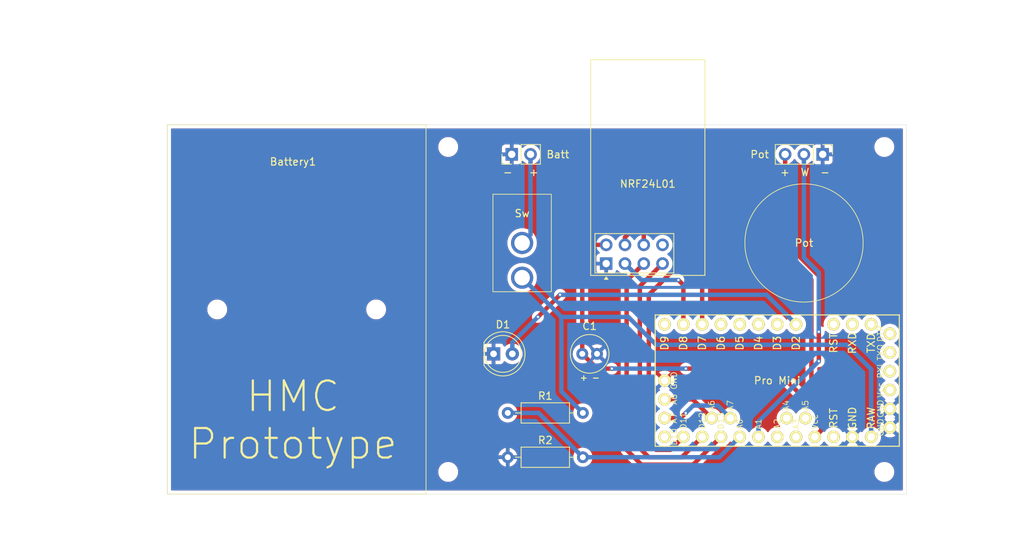
<source format=kicad_pcb>
(kicad_pcb (version 20240108) (generator "pcbnew") (generator_version "8.0")
  (layers (0 "F.Cu" signal "Front") (1 "In1.Cu" signal) (2 "In2.Cu" signal) (31 "B.Cu" signal "Back") (34 "B.Paste" user) (35 "F.Paste" user) (36 "B.SilkS" user "B.Silkscreen") (37 "F.SilkS" user "F.Silkscreen") (38 "B.Mask" user) (39 "F.Mask" user) (44 "Edge.Cuts" user))
  (net 0 "")
  (net 1 "RAW")
  (net 2 "GND")
  (net 3 "VCC")
  (net 4 "D_BATT")
  (net 5 "A_POT")
  (net 6 "unconnected-(Pro_Mini1-PA6-Pad33)")
  (net 7 "unconnected-(Pro_Mini1-PA7-Pad34)")
  (net 9 "CSN")
  (net 13 "MISO")
  (net 15 "SCK")
  (net 16 "A_BATT")
  (net 18 "MOSI")
  (net 22 "CE")
  (net 31 "SW")
  (footprint "Connector_PinHeader_2.54mm:PinHeader_1x03_P2.54mm_Vertical" (layer "F.Cu") (at 144.525 82.987289 -90)
    (property "Reference" "Pot" (at 0.012711 8.525 0) (layer "F.SilkS"))
    (property "Value" "Conn_01x03")
    (fp_line (start -1.33 6.41) (end 1.33 6.41) (stroke (width 0.12)) (layer "F.SilkS"))
    (fp_line (start -1.33 1.27) (end -1.33 6.41) (stroke (width 0.12)) (layer "F.SilkS"))
    (fp_line (start -1.33 1.27) (end 1.33 1.27) (stroke (width 0.12)) (layer "F.SilkS"))
    (fp_line (start 1.33 1.27) (end 1.33 6.41) (stroke (width 0.12)) (layer "F.SilkS"))
    (fp_line (start -1.33 0) (end -1.33 -1.33) (stroke (width 0.12)) (layer "F.SilkS"))
    (fp_line (start -1.33 -1.33) (end 0 -1.33) (stroke (width 0.12)) (layer "F.SilkS"))
    (pad "1" thru_hole rect (at 0 0 270) (size 1.7 1.7) (drill 1) (layers "*.Cu" "*.Mask") (net 2 "GND"))
    (pad "2" thru_hole oval (at 0 2.54 270) (size 1.7 1.7) (drill 1) (layers "*.Cu" "*.Mask") (net 5 "A_POT"))
    (pad "3" thru_hole oval (at 0 5.08 270) (size 1.7 1.7) (drill 1) (layers "*.Cu" "*.Mask") (net 3 "VCC"))
  )
  (footprint "Pro_Mini:Pro_Mini_Universal" (layer "F.Cu") (at 151.08 106 -90)
    (property "Reference" "Pro Mini" (at 7.62 12.7 0) (layer "F.SilkS"))
    (property "Value" "Pro_Mini")
    (fp_line (start -1.27 29.21) (end 16.51 29.21) (stroke (width 0.15)) (layer "F.SilkS"))
    (fp_line (start 16.51 29.21) (end 16.51 -3.81) (stroke (width 0.15)) (layer "F.SilkS"))
    (fp_line (start -1.27 -3.81) (end -1.27 29.21) (stroke (width 0.15)) (layer "F.SilkS"))
    (fp_line (start -1.27 -3.81) (end 16.51 -3.81) (stroke (width 0.15)) (layer "F.SilkS"))
    (fp_text user "Vcc" (at 8.89 -1.27 90) (layer "F.SilkS") (effects (font (size 0.8 0.8) (thickness 0.1))))
    (fp_text user "A0" (at 14.3 17.78 90) (layer "F.SilkS") (effects (font (size 0.8 0.8) (thickness 0.1)) (justify left)))
    (fp_text user "RXI" (at 6.35 -1.27 90) (layer "F.SilkS") (effects (font (size 0.8 0.8) (thickness 0.1))))
    (fp_text user "A4" (at 11 11.5 90) (layer "F.SilkS") (effects (font (size 0.8 0.8) (thickness 0.1))))
    (fp_text user "A1" (at 14.3 15.24 90) (layer "F.SilkS") (effects (font (size 0.8 0.8) (thickness 0.1)) (justify left)))
    (fp_text user "GND" (at 13.97 -1.27 90) (layer "F.SilkS") (effects (font (size 0.8 0.8) (thickness 0.1))))
    (fp_text user "RST" (at 2.54 5.08 90) (layer "F.SilkS"))
    (fp_text user "A6" (at 10.16 26.67 90) (layer "F.SilkS") (effects (font (size 0.8 0.8) (thickness 0.1))))
    (fp_text user "RAW" (at 12.7 0 90) (layer "F.SilkS"))
    (fp_text user "D6" (at 2.54 20.32 90) (layer "F.SilkS"))
    (fp_text user "D5" (at 2.54 17.78 90) (layer "F.SilkS"))
    (fp_text user "D10" (at 15.24 26.67 90) (layer "F.SilkS") (effects (font (size 0.8 0.8) (thickness 0.1))))
    (fp_text user "D11" (at 14.3 25.4 90) (layer "F.SilkS") (effects (font (size 0.8 0.8) (thickness 0.1)) (justify left)))
    (fp_text user "D8" (at 2.54 25.4 90) (layer "F.SilkS"))
    (fp_text user "D7" (at 2.54 22.86 90) (layer "F.SilkS"))
    (fp_text user "D12" (at 14.3 22.86 90) (layer "F.SilkS") (effects (font (size 0.8 0.8) (thickness 0.1)) (justify left)))
    (fp_text user "A7" (at 12.7 26.67 90) (layer "F.SilkS") (effects (font (size 0.8 0.8) (thickness 0.1))))
    (fp_text user "TXD" (at 2.54 0 90) (layer "F.SilkS"))
    (fp_text user "D3" (at 2.54 12.7 90) (layer "F.SilkS"))
    (fp_text user "RXD" (at 2.54 2.54 90) (layer "F.SilkS"))
    (fp_text user "RST" (at 12.7 5.08 90) (layer "F.SilkS"))
    (fp_text user "A2" (at 14.3 12.7 90) (layer "F.SilkS") (effects (font (size 0.8 0.8) (thickness 0.1)) (justify left)))
    (fp_text user "A6" (at 11 21.59 90) (layer "F.SilkS") (effects (font (size 0.8 0.8) (thickness 0.1))))
    (fp_text user "D9" (at 2.54 27.94 90) (layer "F.SilkS"))
    (fp_text user "GND" (at 7.62 26.67 90) (layer "F.SilkS") (effects (font (size 0.8 0.8) (thickness 0.1))))
    (fp_text user "TXO" (at 3.81 -1.27 90) (layer "F.SilkS") (effects (font (size 0.8 0.8) (thickness 0.1))))
    (fp_text user "D13" (at 14.3 20.32 90) (layer "F.SilkS") (effects (font (size 0.8 0.8) (thickness 0.1)) (justify left)))
    (fp_text user "Vcc" (at 14.3 7.62 90) (layer "F.SilkS") (effects (font (size 0.8 0.8) (thickness 0.1)) (justify left)))
    (fp_text user "GND" (at 12.7 2.54 90) (layer "F.SilkS"))
    (fp_text user "D4" (at 2.54 15.24 90) (layer "F.SilkS"))
    (fp_text user "A7" (at 11 19.05 90) (layer "F.SilkS") (effects (font (size 0.8 0.8) (thickness 0.1))))
    (fp_text user "D2" (at 2.54 10.16 90) (layer "F.SilkS"))
    (fp_text user "A3" (at 14.3 10.16 90) (layer "F.SilkS") (effects (font (size 0.8 0.8) (thickness 0.1)) (justify left)))
    (fp_text user "A5" (at 11 8.89 90) (layer "F.SilkS") (effects (font (size 0.8 0.8) (thickness 0.1))))
    (fp_text user "DTR" (at 1.27 -1.27 90) (layer "F.SilkS") (effects (font (size 0.8 0.8) (thickness 0.1))))
    (fp_text user "GND" (at 11.43 -1.27 90) (layer "F.SilkS") (effects (font (size 0.8 0.8) (thickness 0.1))))
    (pad "1" thru_hole circle (at 13.97 -2.54 270) (size 1.7 1.7) (drill 1) (layers "*.Cu" "*.Mask" "F.SilkS") (net 2 "GND"))
    (pad "2" thru_hole circle (at 11.43 -2.54 270) (size 1.7 1.7) (drill 1) (layers "*.Cu" "*.Mask" "F.SilkS") (net 2 "GND"))
    (pad "3" thru_hole circle (at 8.89 -2.54 270) (size 1.7 1.7) (drill 1) (layers "*.Cu" "*.Mask" "F.SilkS"))
    (pad "4" thru_hole circle (at 6.35 -2.54 270) (size 1.7 1.7) (drill 1) (layers "*.Cu" "*.Mask" "F.SilkS"))
    (pad "5" thru_hole circle (at 3.81 -2.54 270) (size 1.7 1.7) (drill 1) (layers "*.Cu" "*.Mask" "F.SilkS"))
    (pad "6" thru_hole circle (at 1.27 -2.54 270) (size 1.7 1.7) (drill 1) (layers "*.Cu" "*.Mask" "F.SilkS"))
    (pad "7" thru_hole circle (at 0 0 270) (size 1.7 1.7) (drill 1) (layers "*.Cu" "*.Mask" "F.SilkS"))
    (pad "8" thru_hole circle (at 0 2.54 270) (size 1.7 1.7) (drill 1) (layers "*.Cu" "*.Mask" "F.SilkS"))
    (pad "9" thru_hole circle (at 0 5.08 270) (size 1.7 1.7) (drill 1) (layers "*.Cu" "*.Mask" "F.SilkS"))
    (pad "10" thru_hole circle (at 7.62 27.94 270) (size 1.7 1.7) (drill 1) (layers "*.Cu" "*.Mask" "F.SilkS") (net 2 "GND"))
    (pad "11" thru_hole circle (at 0 10.16 270) (size 1.7 1.7) (drill 1) (layers "*.Cu" "*.Mask" "F.SilkS") (net 4 "D_BATT"))
    (pad "12" thru_hole circle (at 0 12.7 270) (size 1.7 1.7) (drill 1) (layers "*.Cu" "*.Mask" "F.SilkS"))
    (pad "13" thru_hole circle (at 0 15.24 270) (size 1.7 1.7) (drill 1) (layers "*.Cu" "*.Mask" "F.SilkS"))
    (pad "14" thru_hole circle (at 0 17.78 270) (size 1.7 1.7) (drill 1) (layers "*.Cu" "*.Mask" "F.SilkS"))
    (pad "15" thru_hole circle (at 0 20.32 270) (size 1.7 1.7) (drill 1) (layers "*.Cu" "*.Mask" "F.SilkS"))
    (pad "16" thru_hole circle (at 0 22.86 270) (size 1.7 1.7) (drill 1) (layers "*.Cu" "*.Mask" "F.SilkS") (net 9 "CSN"))
    (pad "17" thru_hole circle (at 0 25.4 270) (size 1.7 1.7) (drill 1) (layers "*.Cu" "*.Mask" "F.SilkS") (net 22 "CE"))
    (pad "18" thru_hole circle (at 0 27.94 270) (size 1.7 1.7) (drill 1) (layers "*.Cu" "*.Mask" "F.SilkS"))
    (pad "19" thru_hole circle (at 15.24 0 270) (size 1.7 1.7) (drill 1) (layers "*.Cu" "*.Mask" "F.SilkS") (net 1 "RAW"))
    (pad "20" thru_hole circle (at 15.24 2.54 270) (size 1.7 1.7) (drill 1) (layers "*.Cu" "*.Mask" "F.SilkS") (net 2 "GND"))
    (pad "21" thru_hole circle (at 15.24 5.08 270) (size 1.7 1.7) (drill 1) (layers "*.Cu" "*.Mask" "F.SilkS"))
    (pad "22" thru_hole circle (at 15.24 7.62 270) (size 1.7 1.7) (drill 1) (layers "*.Cu" "*.Mask" "F.SilkS") (net 3 "VCC"))
    (pad "23" thru_hole circle (at 15.24 10.16 270) (size 1.7 1.7) (drill 1) (layers "*.Cu" "*.Mask" "F.SilkS"))
    (pad "24" thru_hole circle (at 15.24 12.7 270) (size 1.7 1.7) (drill 1) (layers "*.Cu" "*.Mask" "F.SilkS"))
    (pad "25" thru_hole circle (at 15.24 15.24 270) (size 1.7 1.7) (drill 1) (layers "*.Cu" "*.Mask" "F.SilkS") (net 5 "A_POT"))
    (pad "26" thru_hole circle (at 15.24 17.78 270) (size 1.7 1.7) (drill 1) (layers "*.Cu" "*.Mask" "F.SilkS") (net 16 "A_BATT"))
    (pad "27" thru_hole circle (at 15.24 20.32 270) (size 1.7 1.7) (drill 1) (layers "*.Cu" "*.Mask" "F.SilkS") (net 15 "SCK"))
    (pad "28" thru_hole circle (at 15.24 22.86 270) (size 1.7 1.7) (drill 1) (layers "*.Cu" "*.Mask" "F.SilkS") (net 13 "MISO"))
    (pad "29" thru_hole circle (at 15.24 25.4 270) (size 1.7 1.7) (drill 1) (layers "*.Cu" "*.Mask" "F.SilkS") (net 18 "MOSI"))
    (pad "30" thru_hole circle (at 15.24 27.94 270) (size 1.7 1.7) (drill 1) (layers "*.Cu" "*.Mask" "F.SilkS"))
    (pad "31" thru_hole circle (at 12.7 11.43 270) (size 1.7 1.7) (drill 1) (layers "*.Cu" "*.Mask" "F.SilkS"))
    (pad "32" thru_hole circle (at 12.7 8.89 270) (size 1.7 1.7) (drill 1) (layers "*.Cu" "*.Mask" "F.SilkS"))
    (pad "33" thru_hole circle (at 10.16 27.94 270) (size 1.7 1.7) (drill 1) (layers "*.Cu" "*.Mask" "F.SilkS") (net 6 "unconnected-(Pro_Mini1-PA6-Pad33)"))
    (pad "33" thru_hole circle (at 12.7 21.59 270) (size 1.7 1.7) (drill 1) (layers "*.Cu" "*.Mask" "F.SilkS") (net 6 "unconnected-(Pro_Mini1-PA6-Pad33)"))
    (pad "34" thru_hole circle (at 12.7 19.05 270) (size 1.7 1.7) (drill 1) (layers "*.Cu" "*.Mask" "F.SilkS") (net 7 "unconnected-(Pro_Mini1-PA7-Pad34)"))
    (pad "34" thru_hole circle (at 12.7 27.94 270) (size 1.7 1.7) (drill 1) (layers "*.Cu" "*.Mask" "F.SilkS") (net 7 "unconnected-(Pro_Mini1-PA7-Pad34)"))
  )
  (footprint "CustomFootprints:SW_SPSTx01_Taiss" (layer "F.Cu") (at 103.863094 94.987289 90)
    (property "Reference" "Sw" (at 4 0 0) (layer "F.SilkS"))
    (property "Value" "SW_SPST")
    (fp_rect (start -6.6 -3.95) (end 6.6 3.95) (stroke (width 0.1)) (fill none) (layer "F.SilkS"))
    (pad "1" thru_hole circle (at 0 0 90) (size 3 3) (drill 2.1) (layers "*.Cu" "*.Mask") (net 31 "SW"))
    (pad "2" thru_hole circle (at -4.7 0 90) (size 3 3) (drill 2.1) (layers "*.Cu" "*.Mask") (net 1 "RAW"))
  )
  (footprint "Capacitor_THT:C_Radial_D5.0mm_H11.0mm_P2.00mm" (layer "F.Cu") (at 112 110)
    (property "Reference" "C1" (at 1 -3.75 0) (layer "F.SilkS"))
    (property "Value" "C_Polarized")
    (fp_circle (center 1 0) (end 3.62 0) (stroke (width 0.12)) (fill none) (layer "F.SilkS"))
    (pad "1" thru_hole circle (at 0 0) (size 1.6 1.6) (drill 0.8) (layers "*.Cu" "*.Mask") (net 3 "VCC"))
    (pad "2" thru_hole circle (at 2 0) (size 1.6 1.6) (drill 0.8) (layers "*.Cu" "*.Mask") (net 2 "GND"))
  )
  (footprint "MountingHole:MountingHole_2.2mm_M2" (layer "F.Cu") (at 93.863094 125.987289)
    (property "Reference" "REF**" (hide yes))
    (property "Value" "MountingHole_2.2mm_M2" (hide yes))
    (pad "" np_thru_hole circle (at 0 0) (size 2.2 2.2) (drill 2.2) (layers "*.Cu" "*.Mask"))
  )
  (footprint "MountingHole:MountingHole_2.2mm_M2" (layer "F.Cu") (at 152.863094 125.987289)
    (property "Reference" "REF**" (hide yes))
    (property "Value" "MountingHole_2.2mm_M2" (hide yes))
    (pad "" np_thru_hole circle (at 0 0) (size 2.2 2.2) (drill 2.2) (layers "*.Cu" "*.Mask"))
  )
  (footprint "MountingHole:MountingHole_2.2mm_M2" (layer "F.Cu") (at 93.863094 81.987289)
    (property "Reference" "REF**" (hide yes))
    (property "Value" "MountingHole_2.2mm_M2" (hide yes))
    (pad "" np_thru_hole circle (at 0 0) (size 2.2 2.2) (drill 2.2) (layers "*.Cu" "*.Mask"))
  )
  (footprint "MountingHole:MountingHole_2.2mm_M2" (layer "F.Cu") (at 62.613094 103.987289)
    (property "Reference" "REF**" (hide yes))
    (property "Value" "MountingHole_2.2mm_M2" (hide yes))
    (pad "" np_thru_hole circle (at 0 0) (size 2.2 2.2) (drill 2.2) (layers "*.Cu" "*.Mask"))
  )
  (footprint "RF_Module:nRF24L01_Breakout" (layer "F.Cu") (at 115.238094 97.776789 90)
    (property "Reference" "NRF24L01" (at 10.7895 5.625 180) (layer "F.SilkS"))
    (property "Value" "NRF24L01_Breakout")
    (fp_line (start 27.6 -2.1) (end 27.6 13.35) (stroke (width 0.12)) (layer "F.SilkS"))
    (fp_line (start -1.6 -2.1) (end 27.6 -2.1) (stroke (width 0.12)) (layer "F.SilkS"))
    (fp_line (start -1.6 -2.1) (end -1.6 -2.1) (stroke (width 0.12)) (layer "F.SilkS"))
    (fp_line (start 4.064 -1.524) (end 4.064 9.144) (stroke (width 0.12)) (layer "F.SilkS"))
    (fp_line (start -1.27 -1.524) (end 4.064 -1.524) (stroke (width 0.12)) (layer "F.SilkS"))
    (fp_line (start -1.27 -1.524) (end -1.27 -1.524) (stroke (width 0.12)) (layer "F.SilkS"))
    (fp_line (start 4.064 9.144) (end -1.27 9.144) (stroke (width 0.12)) (layer "F.SilkS"))
    (fp_line (start -1.27 9.144) (end -1.27 -1.524) (stroke (width 0.12)) (layer "F.SilkS"))
    (fp_line (start -1.27 9.144) (end -1.27 9.144) (stroke (width 0.12)) (layer "F.SilkS"))
    (fp_line (start 27.6 13.35) (end -1.6 13.35) (stroke (width 0.12)) (layer "F.SilkS"))
    (fp_line (start -1.6 13.35) (end -1.6 -2.1) (stroke (width 0.12)) (layer "F.SilkS"))
    (fp_poly (pts (xy -1.8 0) (xy -2.136 0.24) (xy -2.136 -0.24) (xy -1.8 0)) (stroke (width 0.12)) (fill solid) (layer "F.SilkS"))
    (pad "1" thru_hole rect (at 0 0 90) (size 1.7 1.7) (drill 1) (layers "*.Cu" "*.Mask") (net 2 "GND"))
    (pad "2" thru_hole circle (at 2.54 0 90) (size 1.7 1.7) (drill 1) (layers "*.Cu" "*.Mask") (net 3 "VCC"))
    (pad "3" thru_hole circle (at 0 2.54 90) (size 1.7 1.7) (drill 1) (layers "*.Cu" "*.Mask") (net 22 "CE"))
    (pad "4" thru_hole circle (at 2.54 2.54 90) (size 1.7 1.7) (drill 1) (layers "*.Cu" "*.Mask") (net 9 "CSN"))
    (pad "5" thru_hole circle (at 0 5.08 90) (size 1.7 1.7) (drill 1) (layers "*.Cu" "*.Mask") (net 15 "SCK"))
    (pad "6" thru_hole circle (at 2.54 5.08 90) (size 1.7 1.7) (drill 1) (layers "*.Cu" "*.Mask") (net 18 "MOSI"))
    (pad "7" thru_hole circle (at 0 7.62 90) (size 1.7 1.7) (drill 1) (layers "*.Cu" "*.Mask") (net 13 "MISO"))
    (pad "8" thru_hole circle (at 2.54 7.62 90) (size 1.7 1.7) (drill 1) (layers "*.Cu" "*.Mask"))
  )
  (footprint "Connector_PinHeader_2.54mm:PinHeader_1x02_P2.54mm_Vertical" (layer "F.Cu") (at 102.46 82.987289 90)
    (property "Reference" "Battery1" (hide yes))
    (property "Value" "Conn_01x02")
    (fp_line (start -1.33 -1.33) (end 0 -1.33) (stroke (width 0.12)) (layer "F.SilkS"))
    (fp_line (start -1.33 0) (end -1.33 -1.33) (stroke (width 0.12)) (layer "F.SilkS"))
    (fp_line (start 1.33 1.27) (end 1.33 3.87) (stroke (width 0.12)) (layer "F.SilkS"))
    (fp_line (start -1.33 1.27) (end 1.33 1.27) (stroke (width 0.12)) (layer "F.SilkS"))
    (fp_line (start -1.33 1.27) (end -1.33 3.87) (stroke (width 0.12)) (layer "F.SilkS"))
    (fp_line (start -1.33 3.87) (end 1.33 3.87) (stroke (width 0.12)) (layer "F.SilkS"))
    (pad "1" thru_hole rect (at 0 0 90) (size 1.7 1.7) (drill 1) (layers "*.Cu" "*.Mask") (net 2 "GND"))
    (pad "2" thru_hole oval (at 0 2.54 90) (size 1.7 1.7) (drill 1) (layers "*.Cu" "*.Mask") (net 31 "SW"))
  )
  (footprint "MountingHole:MountingHole_2.2mm_M2" (layer "F.Cu") (at 84.113094 103.987289)
    (property "Reference" "REF**" (hide yes))
    (property "Value" "MountingHole_2.2mm_M2" (hide yes))
    (pad "" np_thru_hole circle (at 0 0) (size 2.2 2.2) (drill 2.2) (layers "*.Cu" "*.Mask"))
  )
  (footprint "MountingHole:MountingHole_2.2mm_M2" (layer "F.Cu") (at 152.863094 81.987289)
    (property "Reference" "REF**" (hide yes))
    (property "Value" "MountingHole_2.2mm_M2" (hide yes))
    (pad "" np_thru_hole circle (at 0 0) (size 2.2 2.2) (drill 2.2) (layers "*.Cu" "*.Mask"))
  )
  (footprint "Resistor_THT:R_Axial_DIN0207_L6.3mm_D2.5mm_P10.16mm_Horizontal" (layer "F.Cu") (at 112.08 118 180)
    (property "Reference" "R1" (at 5.08 2.3 0) (layer "F.SilkS"))
    (property "Value" "R")
    (fp_line (start 9.12 0) (end 8.35 0) (stroke (width 0.12)) (layer "F.SilkS"))
    (fp_line (start 8.35 1.37) (end 8.35 -1.37) (stroke (width 0.12)) (layer "F.SilkS"))
    (fp_line (start 8.35 -1.37) (end 1.81 -1.37) (stroke (width 0.12)) (layer "F.SilkS"))
    (fp_line (start 1.81 1.37) (end 8.35 1.37) (stroke (width 0.12)) (layer "F.SilkS"))
    (fp_line (start 1.81 -1.37) (end 1.81 1.37) (stroke (width 0.12)) (layer "F.SilkS"))
    (fp_line (start 1.04 0) (end 1.81 0) (stroke (width 0.12)) (layer "F.SilkS"))
    (pad "1" thru_hole circle (at 0 0 180) (size 1.6 1.6) (drill 0.8) (layers "*.Cu" "*.Mask") (net 1 "RAW"))
    (pad "2" thru_hole oval (at 10.16 0 180) (size 1.6 1.6) (drill 0.8) (layers "*.Cu" "*.Mask") (net 16 "A_BATT"))
  )
  (footprint "Resistor_THT:R_Axial_DIN0207_L6.3mm_D2.5mm_P10.16mm_Horizontal" (layer "F.Cu") (at 112.08 124 180)
    (property "Reference" "R2" (at 5.08 2.3 0) (layer "F.SilkS"))
    (property "Value" "R")
    (fp_line (start 9.12 0) (end 8.35 0) (stroke (width 0.12)) (layer "F.SilkS"))
    (fp_line (start 8.35 1.37) (end 8.35 -1.37) (stroke (width 0.12)) (layer "F.SilkS"))
    (fp_line (start 8.35 -1.37) (end 1.81 -1.37) (stroke (width 0.12)) (layer "F.SilkS"))
    (fp_line (start 1.81 1.37) (end 8.35 1.37) (stroke (width 0.12)) (layer "F.SilkS"))
    (fp_line (start 1.81 -1.37) (end 1.81 1.37) (stroke (width 0.12)) (layer "F.SilkS"))
    (fp_line (start 1.04 0) (end 1.81 0) (stroke (width 0.12)) (layer "F.SilkS"))
    (pad "1" thru_hole circle (at 0 0 180) (size 1.6 1.6) (drill 0.8) (layers "*.Cu" "*.Mask") (net 16 "A_BATT"))
    (pad "2" thru_hole oval (at 10.16 0 180) (size 1.6 1.6) (drill 0.8) (layers "*.Cu" "*.Mask") (net 2 "GND"))
  )
  (footprint "LED_THT:LED_D5.0mm" (layer "F.Cu") (at 100 110)
    (property "Reference" "D1" (at 1.27 -3.96 0) (layer "F.SilkS"))
    (property "Value" "LED")
    (fp_line (start -1.29 -1.545) (end -1.29 1.545) (stroke (width 0.12)) (layer "F.SilkS"))
    (fp_arc (start -1.29 -1.54483) (mid 2.072002 -2.880433) (end 4.26 0.000462) (stroke (width 0.12)) (layer "F.SilkS"))
    (fp_arc (start 4.26 -0.000462) (mid 2.072002 2.880433) (end -1.29 1.54483) (stroke (width 0.12)) (layer "F.SilkS"))
    (fp_circle (center 1.27 0) (end 3.77 0) (stroke (width 0.12)) (fill none) (layer "F.SilkS"))
    (pad "1" thru_hole rect (at 0 0) (size 1.8 1.8) (drill 0.9) (layers "*.Cu" "*.Mask") (net 2 "GND"))
    (pad "2" thru_hole circle (at 2.54 0) (size 1.8 1.8) (drill 0.9) (layers "*.Cu" "*.Mask") (net 4 "D_BATT"))
  )
  (gr_rect (start 55.863094 78.987289) (end 90.863094 128.987289) (stroke (width 0.1)) (fill none) (layer "F.SilkS"))
  (gr_circle (center 142 94.987289) (end 150 94.987289) (stroke (width 0.1)) (fill none) (layer "F.SilkS"))
  (gr_rect (start 55.863094 78.987289) (end 155.863094 128.987289) (stroke (width 0.05)) (fill none) (layer "Edge.Cuts"))
  (gr_text "Batt" (at 108.7 83 0) (layer "F.SilkS") (effects (font (size 1 1))))
  (gr_text "+ -" (at 111.6 113.7 0) (layer "F.SilkS") (effects (font (size 0.8128 0.8128) (thickness 0.1524) (bold yes)) (justify left bottom)))
  (gr_text "+  W  -" (at 138.7 86 0) (layer "F.SilkS") (effects (font (size 1 1)) (justify left bottom)))
  (gr_text "-   +" (at 101.2 86 0) (layer "F.SilkS") (effects (font (size 1 1)) (justify left bottom)))
  (gr_text "HMC\nPrototype" (at 72.863094 118.987289 0) (layer "F.SilkS") (effects (font (size 4 4) (thickness 0.3))))
  (gr_text "Battery1" (at 72.863094 83.987289 0) (layer "F.SilkS") (effects (font (size 1 1))))
  (gr_text "Pot" (at 142 94.987289 0) (layer "F.SilkS") (effects (font (size 1 1))))
  (segment (start 147.773 108.773) (end 151.08 112.08) (width 0.6) (layer "B.Cu") (net 1))
  (segment (start 112.08 118) (end 109.175805 115.095805) (width 0.6) (layer "B.Cu") (net 1))
  (segment (start 151.08 112.08) (end 151.08 121.24) (width 0.6) (layer "B.Cu") (net 1))
  (segment (start 118.227 105) (end 122 108.773) (width 0.6) (layer "B.Cu") (net 1))
  (segment (start 122 108.773) (end 147.773 108.773) (width 0.6) (layer "B.Cu") (net 1))
  (segment (start 109.175805 105) (end 118.227 105) (width 0.6) (layer "B.Cu") (net 1))
  (segment (start 109.175805 115.095805) (end 109.175805 105) (width 0.6) (layer "B.Cu") (net 1))
  (segment (start 103.863094 99.687289) (end 109.175805 105) (width 0.6) (layer "B.Cu") (net 1))
  (segment (start 114 112) (end 116 112) (width 0.6) (layer "F.Cu") (net 3))
  (segment (start 138 112) (end 126 112) (width 0.6) (layer "F.Cu") (net 3))
  (segment (start 113.763211 95.236789) (end 112 97) (width 0.6) (layer "F.Cu") (net 3))
  (segment (start 115.238094 95.236789) (end 113.763211 95.236789) (width 0.6) (layer "F.Cu") (net 3))
  (segment (start 139.445 96.445) (end 143 100) (width 0.6) (layer "F.Cu") (net 3))
  (segment (start 143.46 121.24) (end 144.31 120.39) (width 0.6) (layer "F.Cu") (net 3))
  (segment (start 143 117) (end 138 112) (width 0.6) (layer "F.Cu") (net 3))
  (segment (start 112 110) (end 114 112) (width 0.6) (layer "F.Cu") (net 3))
  (segment (start 112 97) (end 112 110) (width 0.6) (layer "F.Cu") (net 3))
  (segment (start 144.31 120.39) (end 144.31 118.31) (width 0.6) (layer "F.Cu") (net 3))
  (segment (start 139.445 82.987289) (end 139.445 96.445) (width 0.6) (layer "F.Cu") (net 3))
  (segment (start 143 100) (end 143 117) (width 0.6) (layer "F.Cu") (net 3))
  (segment (start 144.31 118.31) (end 143 117) (width 0.6) (layer "F.Cu") (net 3))
  (via (at 116 112) (size 0.6) (drill 0.3) (layers "F.Cu" "B.Cu") (net 3))
  (via (at 126 112) (size 0.6) (drill 0.3) (layers "F.Cu" "B.Cu") (net 3))
  (segment (start 116 112) (end 126 112) (width 0.6) (layer "B.Cu") (net 3))
  (segment (start 109 102) (end 106 105) (width 0.6) (layer "F.Cu") (net 4))
  (via (at 106 105) (size 0.6) (drill 0.3) (layers "F.Cu" "B.Cu") (net 4))
  (via (at 109 102) (size 0.6) (drill 0.3) (layers "F.Cu" "B.Cu") (net 4))
  (segment (start 102.54 110) (end 102.54 108.46) (width 0.6) (layer "B.Cu") (net 4))
  (segment (start 136.92 102) (end 109 102) (width 0.6) (layer "B.Cu") (net 4))
  (segment (start 140.92 106) (end 136.92 102) (width 0.6) (layer "B.Cu") (net 4))
  (segment (start 102.54 108.46) (end 106 105) (width 0.6) (layer "B.Cu") (net 4))
  (segment (start 144 107) (end 144 111) (width 0.6) (layer "F.Cu") (net 5))
  (via (at 144 111) (size 0.6) (drill 0.3) (layers "F.Cu" "B.Cu") (net 5))
  (via (at 144 107) (size 0.6) (drill 0.3) (layers "F.Cu" "B.Cu") (net 5))
  (segment (start 144 99) (end 144 107) (width 0.6) (layer "B.Cu") (net 5))
  (segment (start 141.985 82.987289) (end 141.985 96.985) (width 0.6) (layer "B.Cu") (net 5))
  (segment (start 135.84 119.16) (end 144 111) (width 0.6) (layer "B.Cu") (net 5))
  (segment (start 141.985 96.985) (end 144 99) (width 0.6) (layer "B.Cu") (net 5))
  (segment (start 135.84 121.24) (end 135.84 119.16) (width 0.6) (layer "B.Cu") (net 5))
  (segment (start 123.14 116.16) (end 126.95 116.16) (width 0.6) (layer "F.Cu") (net 6))
  (segment (start 126.95 116.16) (end 129.49 118.7) (width 0.6) (layer "F.Cu") (net 6))
  (segment (start 123.14 118.7) (end 125.3 118.7) (width 0.6) (layer "F.Cu") (net 7))
  (segment (start 125.3 118.7) (end 126 118) (width 0.6) (layer "F.Cu") (net 7))
  (via (at 126 118) (size 0.6) (drill 0.3) (layers "F.Cu" "B.Cu") (net 7))
  (segment (start 130.33 117) (end 127 117) (width 0.6) (layer "B.Cu") (net 7))
  (segment (start 127 117) (end 126 118) (width 0.6) (layer "B.Cu") (net 7))
  (segment (start 132.03 118.7) (end 130.33 117) (width 0.6) (layer "B.Cu") (net 7))
  (segment (start 117.778094 94.221906) (end 120 92) (width 0.6) (layer "F.Cu") (net 9))
  (segment (start 125 92) (end 128.22 95.22) (width 0.6) (layer "F.Cu") (net 9))
  (segment (start 120 92) (end 125 92) (width 0.6) (layer "F.Cu") (net 9))
  (segment (start 117.778094 95.236789) (end 117.778094 94.221906) (width 0.6) (layer "F.Cu") (net 9))
  (segment (start 128.22 95.22) (end 128.22 106) (width 0.6) (layer "F.Cu") (net 9))
  (segment (start 125.46 124) (end 128.22 121.24) (width 0.6) (layer "F.Cu") (net 13))
  (segment (start 119.789143 100.84574) (end 119.789143 122.789143) (width 0.6) (layer "F.Cu") (net 13))
  (segment (start 121 124) (end 125.46 124) (width 0.6) (layer "F.Cu") (net 13))
  (segment (start 119.789143 122.789143) (end 121 124) (width 0.6) (layer "F.Cu") (net 13))
  (segment (start 122.858094 97.776789) (end 119.789143 100.84574) (width 0.6) (layer "F.Cu") (net 13))
  (segment (start 118 123) (end 120 125) (width 0.6) (layer "F.Cu") (net 15))
  (segment (start 120 125) (end 127 125) (width 0.6) (layer "F.Cu") (net 15))
  (segment (start 118 100.094883) (end 118 123) (width 0.6) (layer "F.Cu") (net 15))
  (segment (start 120.318094 97.776789) (end 118 100.094883) (width 0.6) (layer "F.Cu") (net 15))
  (segment (start 127 125) (end 130.76 121.24) (width 0.6) (layer "F.Cu") (net 15))
  (segment (start 101.92 118) (end 106.08 118) (width 0.6) (layer "B.Cu") (net 16))
  (segment (start 130.54 124) (end 133.3 121.24) (width 0.6) (layer "B.Cu") (net 16))
  (segment (start 112.08 124) (end 130.54 124) (width 0.6) (layer "B.Cu") (net 16))
  (segment (start 106.08 118) (end 112.08 124) (width 0.6) (layer "B.Cu") (net 16))
  (segment (start 121 102) (end 121 122) (width 0.6) (layer "F.Cu") (net 18))
  (segment (start 120.318094 93.681906) (end 121 93) (width 0.6) (layer "F.Cu") (net 18))
  (segment (start 124.106814 93) (end 125 93.893186) (width 0.6) (layer "F.Cu") (net 18))
  (segment (start 125 98) (end 121 102) (width 0.6) (layer "F.Cu") (net 18))
  (segment (start 121 122) (end 122 123) (width 0.6) (layer "F.Cu") (net 18))
  (segment (start 123.92 123) (end 125.68 121.24) (width 0.6) (layer "F.Cu") (net 18))
  (segment (start 120.318094 95.236789) (end 120.318094 93.681906) (width 0.6) (layer "F.Cu") (net 18))
  (segment (start 122 123) (end 123.92 123) (width 0.6) (layer "F.Cu") (net 18))
  (segment (start 121 93) (end 124.106814 93) (width 0.6) (layer "F.Cu") (net 18))
  (segment (start 125 93.893186) (end 125 98) (width 0.6) (layer "F.Cu") (net 18))
  (segment (start 125 100) (end 125.68 100.68) (width 0.6) (layer "F.Cu") (net 22))
  (segment (start 125.68 100.68) (end 125.68 106) (width 0.6) (layer "F.Cu") (net 22))
  (via (at 125 100) (size 0.6) (drill 0.3) (layers "F.Cu" "B.Cu") (net 22))
  (segment (start 120.001305 100) (end 125 100) (width 0.6) (layer "B.Cu") (net 22))
  (segment (start 117.778094 97.776789) (end 120.001305 100) (width 0.6) (layer "B.Cu") (net 22))
  (segment (start 105 82.987289) (end 105 93.850383) (width 0.6) (layer "B.Cu") (net 31))
  (segment (start 105 93.850383) (end 103.863094 94.987289) (width 0.6) (layer "B.Cu") (net 31))
  (zone (net 2) (net_name "GND") (layers "F&B.Cu") (connect_pads (clearance 0.5)) (min_thickness 0.25) (fill yes (thermal_gap 0.5) (thermal_bridge_width 0.5))
    (polygon (pts (xy 53.543094 77.027289) (xy 53.543094 130.367289) (xy 157.683094 130.367289) (xy 157.683094 77.027289)))
  )
)
</source>
